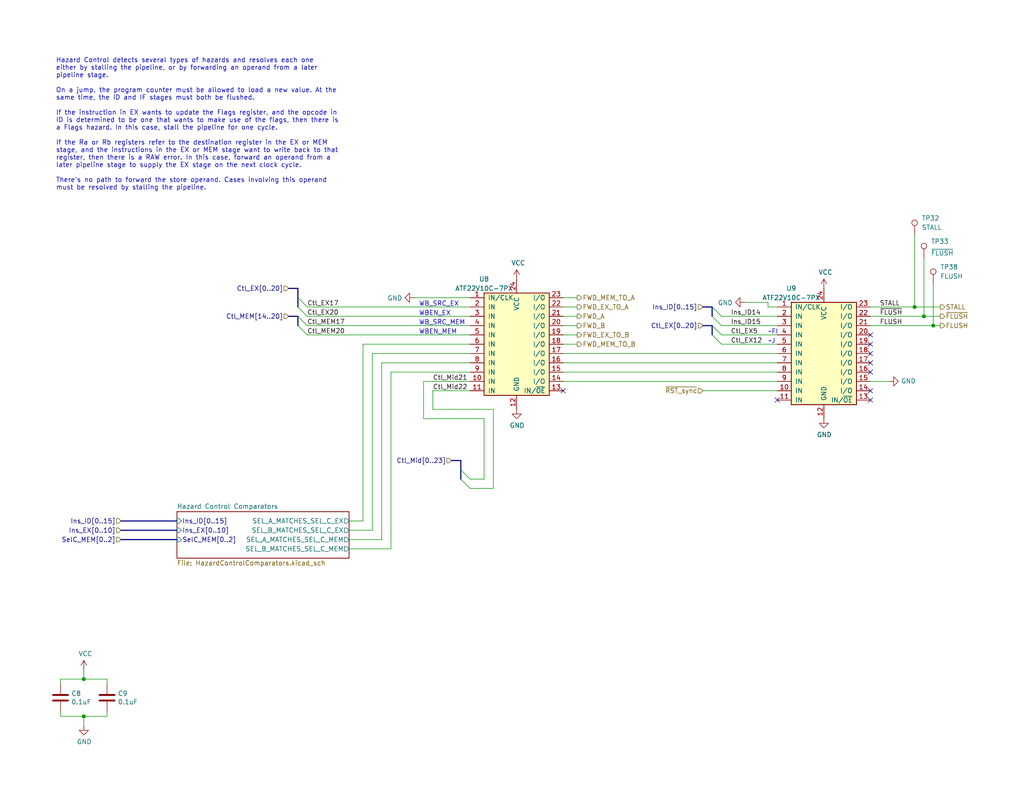
<source format=kicad_sch>
(kicad_sch (version 20250114) (generator "eeschema") (generator_version "9.0")
  (paper "USLetter")
  (title_block (title "Hazard Control") (date "2023-11-14") (rev "E") (comment 2 "control operand forwarding.") (comment 3 "This may stall the pipeline on a hazard. For RAW hazards, it produces signals to") (comment 4 "Control logic for dealing with pipeline hazards"))
  (lib_symbols
    (symbol "Connector:TestPoint" (pin_numbers (hide yes)) (pin_names (offset 0.762) (hide yes))
      (property "Reference" "TP" (at 0 6.858 0))
      (property "Value" "TestPoint" (at 0 5.08 0))
      (symbol "TestPoint_0_1"
        (circle (center 0 3.302) (radius 0.762))
      )
      (symbol "TestPoint_1_1"
        (pin passive line (at 0 0 90) (length 2.54) (name "1") (number "1"))
      )
    )
    (symbol "ControlModule-rescue:ATF22V10C-Logic_Programmable" (pin_names (offset 1.016))
      (property "Reference" "U" (at -7.62 17.78 0))
      (property "Value" "ATF22V10C-Logic_Programmable" (at -7.62 15.24 0))
      (symbol "ATF22V10C-Logic_Programmable_1_1"
        (rectangle (start -8.89 -15.24) (end 8.89 12.7) (stroke (width 0.254)) (fill (type background)))
        (pin input line (at -12.7 11.43 0) (length 3.81) (name "IN/CLK") (number "1"))
        (pin input line (at -12.7 8.89 0) (length 3.81) (name "IN") (number "2"))
        (pin input line (at -12.7 6.35 0) (length 3.81) (name "IN") (number "3"))
        (pin input line (at -12.7 3.81 0) (length 3.81) (name "IN") (number "4"))
        (pin input line (at -12.7 1.27 0) (length 3.81) (name "IN") (number "5"))
        (pin input line (at -12.7 -1.27 0) (length 3.81) (name "IN") (number "6"))
        (pin input line (at -12.7 -3.81 0) (length 3.81) (name "IN") (number "7"))
        (pin input line (at -12.7 -6.35 0) (length 3.81) (name "IN") (number "8"))
        (pin input line (at -12.7 -8.89 0) (length 3.81) (name "IN") (number "9"))
        (pin input line (at -12.7 -11.43 0) (length 3.81) (name "IN") (number "10"))
        (pin input line (at -12.7 -13.97 0) (length 3.81) (name "IN") (number "11"))
        (pin power_in line (at 0 16.51 270) (length 3.81) (name "VCC") (number "24"))
        (pin power_in line (at 0 -19.05 90) (length 3.81) (name "GND") (number "12"))
        (pin passive line (at 12.7 11.43 180) (length 3.81) (name "I/O") (number "23"))
        (pin passive line (at 12.7 8.89 180) (length 3.81) (name "I/O") (number "22"))
        (pin passive line (at 12.7 6.35 180) (length 3.81) (name "I/O") (number "21"))
        (pin passive line (at 12.7 3.81 180) (length 3.81) (name "I/O") (number "20"))
        (pin passive line (at 12.7 1.27 180) (length 3.81) (name "I/O") (number "19"))
        (pin passive line (at 12.7 -1.27 180) (length 3.81) (name "I/O") (number "18"))
        (pin passive line (at 12.7 -3.81 180) (length 3.81) (name "I/O") (number "17"))
        (pin passive line (at 12.7 -6.35 180) (length 3.81) (name "I/O") (number "16"))
        (pin passive line (at 12.7 -8.89 180) (length 3.81) (name "I/O") (number "15"))
        (pin passive line (at 12.7 -11.43 180) (length 3.81) (name "I/O") (number "14"))
        (pin input line (at 12.7 -13.97 180) (length 3.81) (name "IN/~{OE}") (number "13"))
      )
    )
    (symbol "Device:C" (pin_numbers (hide yes)) (pin_names (offset 0.254))
      (property "Reference" "C" (at 0.635 2.54 0))
      (property "Value" "C" (at 0.635 -2.54 0))
      (symbol "C_0_1"
        (polyline (pts (xy -2.032 0.762) (xy 2.032 0.762)) (stroke (width 0.508)))
        (polyline (pts (xy -2.032 -0.762) (xy 2.032 -0.762)) (stroke (width 0.508)))
      )
      (symbol "C_1_1"
        (pin passive line (at 0 3.81 270) (length 2.794) (name "~") (number "1"))
        (pin passive line (at 0 -3.81 90) (length 2.794) (name "~") (number "2"))
      )
    )
    (symbol "power:GND" (power) (pin_names (offset 0))
      (property "Value" "GND" (at 0 -3.81 0))
      (symbol "GND_0_1"
        (polyline (pts (xy 0 0) (xy 0 -1.27) (xy 1.27 -1.27) (xy 0 -2.54) (xy -1.27 -1.27) (xy 0 -1.27)))
      )
      (symbol "GND_1_1"
        (pin power_in line (at 0 0 270) (length 0) (hide yes) (name "GND") (number "1"))
      )
    )
    (symbol "power:VCC" (power) (pin_names (offset 0))
      (property "Value" "VCC" (at 0 3.81 0))
      (symbol "VCC_0_1"
        (polyline (pts (xy -0.762 1.27) (xy 0 2.54)))
        (polyline (pts (xy 0 2.54) (xy 0.762 1.27)))
        (polyline (pts (xy 0 0) (xy 0 2.54)))
      )
      (symbol "VCC_1_1"
        (pin power_in line (at 0 0 90) (length 0) (hide yes) (name "VCC") (number "1"))
      )
    )
  )
  (text "Hazard Control detects several types of hazards and resolves each one\neither by stalling the pipeline, or by forwarding an operand from a later\npipeline stage.\n\nOn a jump, the program counter must be allowed to load a new value. At the\nsame time, the ID and IF stages must both be flushed.\n\nIf the instruction in EX wants to update the Flags register, and the opcode in\nID is determined to be one that wants to make use of the flags, then there is\na Flags hazard. In this case, stall the pipeline for one cycle.\n\nIf the Ra or Rb registers refer to the destination register in the EX or MEM\nstage, and the instructions in the EX or MEM stage want to write back to that\nregister, then there is a RAW error. In this case, forward an operand from a\nlater pipeline stage to supply the EX stage on the next clock cycle.\n\nThere’s no path to forward the store operand. Cases involving this operand\nmust be resolved by stalling the pipeline." (at 15.24 52.07 0) (effects (font (size 1.27 1.27)) (justify left bottom)))
  (text "WBEN_EX" (at 114.3 86.36 0) (effects (font (size 1.27 1.27)) (justify left bottom)))
  (text "WBEN_MEM" (at 114.3 91.44 0) (effects (font (size 1.27 1.27)) (justify left bottom)))
  (text "WB_SRC_EX" (at 114.3 83.82 0) (effects (font (size 1.27 1.27)) (justify left bottom)))
  (text "~J" (at 209.55 93.98 0) (effects (font (size 1.27 1.27)) (justify left bottom)))
  (text "~FI" (at 209.55 91.44 0) (effects (font (size 1.27 1.27)) (justify left bottom)))
  (text "WB_SRC_MEM" (at 114.3 88.9 0) (effects (font (size 1.27 1.27)) (justify left bottom)))
  (junction (at 22.86 185.42))
  (junction (at 249.555 83.82))
  (junction (at 252.095 86.36))
  (junction (at 254.635 88.9))
  (junction (at 22.86 195.58))
  (no_connect (at 212.09 109.22))
  (no_connect (at 237.49 109.22))
  (no_connect (at 237.49 93.98))
  (no_connect (at 237.49 91.44))
  (no_connect (at 237.49 106.68))
  (no_connect (at 237.49 99.06))
  (no_connect (at 237.49 101.6))
  (no_connect (at 153.67 106.68))
  (no_connect (at 237.49 96.52))
  (bus_entry (at 128.27 130.81) (size -2.54 -2.54))
  (bus_entry (at 196.85 86.36) (size -2.54 -2.54))
  (bus_entry (at 83.82 83.82) (size -2.54 -2.54))
  (bus_entry (at 194.31 88.9) (size 2.54 2.54))
  (bus_entry (at 81.28 83.82) (size 2.54 2.54))
  (bus_entry (at 194.31 91.44) (size 2.54 2.54))
  (bus_entry (at 83.82 91.44) (size -2.54 -2.54))
  (bus_entry (at 83.82 88.9) (size -2.54 -2.54))
  (bus_entry (at 128.27 133.35) (size -2.54 -2.54))
  (bus_entry (at 196.85 88.9) (size -2.54 -2.54))
  (wire (pts (xy 157.48 88.9) (xy 153.67 88.9)))
  (wire (pts (xy 212.09 99.06) (xy 153.67 99.06)))
  (wire (pts (xy 134.62 133.35) (xy 128.27 133.35)))
  (wire (pts (xy 16.51 185.42) (xy 22.86 185.42)))
  (wire (pts (xy 254.635 88.9) (xy 256.54 88.9)))
  (wire (pts (xy 118.11 111.76) (xy 134.62 111.76)))
  (wire (pts (xy 118.11 106.68) (xy 128.27 106.68)))
  (wire (pts (xy 115.57 114.3) (xy 115.57 104.14)))
  (wire (pts (xy 237.49 104.14) (xy 242.57 104.14)))
  (bus (pts (xy 78.74 86.36) (xy 81.28 86.36)))
  (wire (pts (xy 128.27 99.06) (xy 104.14 99.06)))
  (wire (pts (xy 83.82 91.44) (xy 128.27 91.44)))
  (wire (pts (xy 153.67 96.52) (xy 212.09 96.52)))
  (wire (pts (xy 191.77 106.68) (xy 212.09 106.68)))
  (wire (pts (xy 128.27 101.6) (xy 106.68 101.6)))
  (bus (pts (xy 191.77 88.9) (xy 194.31 88.9)))
  (bus (pts (xy 81.28 81.28) (xy 81.28 83.82)))
  (wire (pts (xy 196.85 93.98) (xy 212.09 93.98)))
  (bus (pts (xy 81.28 86.36) (xy 81.28 88.9)))
  (wire (pts (xy 134.62 111.76) (xy 134.62 133.35)))
  (wire (pts (xy 132.08 114.3) (xy 115.57 114.3)))
  (wire (pts (xy 29.21 185.42) (xy 29.21 186.69)))
  (wire (pts (xy 99.06 142.24) (xy 95.25 142.24)))
  (wire (pts (xy 99.06 93.98) (xy 99.06 142.24)))
  (wire (pts (xy 252.095 86.36) (xy 256.54 86.36)))
  (wire (pts (xy 106.68 101.6) (xy 106.68 149.86)))
  (wire (pts (xy 254.635 77.47) (xy 254.635 88.9)))
  (bus (pts (xy 81.28 78.74) (xy 81.28 81.28)))
  (wire (pts (xy 157.48 83.82) (xy 153.67 83.82)))
  (wire (pts (xy 115.57 104.14) (xy 128.27 104.14)))
  (wire (pts (xy 22.86 198.12) (xy 22.86 195.58)))
  (wire (pts (xy 104.14 147.32) (xy 95.25 147.32)))
  (wire (pts (xy 128.27 81.28) (xy 113.03 81.28)))
  (wire (pts (xy 153.67 101.6) (xy 212.09 101.6)))
  (wire (pts (xy 22.86 195.58) (xy 29.21 195.58)))
  (wire (pts (xy 16.51 186.69) (xy 16.51 185.42)))
  (wire (pts (xy 249.555 64.135) (xy 249.555 83.82)))
  (wire (pts (xy 132.08 130.81) (xy 132.08 114.3)))
  (wire (pts (xy 29.21 195.58) (xy 29.21 194.31)))
  (bus (pts (xy 123.19 125.73) (xy 125.73 125.73)))
  (wire (pts (xy 237.49 83.82) (xy 249.555 83.82)))
  (bus (pts (xy 191.77 83.82) (xy 194.31 83.82)))
  (wire (pts (xy 209.55 82.55) (xy 209.55 83.82)))
  (wire (pts (xy 83.82 86.36) (xy 128.27 86.36)))
  (bus (pts (xy 78.74 78.74) (xy 81.28 78.74)))
  (bus (pts (xy 194.31 88.9) (xy 194.31 91.44)))
  (wire (pts (xy 128.27 96.52) (xy 101.6 96.52)))
  (wire (pts (xy 153.67 91.44) (xy 157.48 91.44)))
  (bus (pts (xy 125.73 125.73) (xy 125.73 128.27)))
  (bus (pts (xy 33.02 147.32) (xy 48.26 147.32)))
  (wire (pts (xy 22.86 185.42) (xy 29.21 185.42)))
  (wire (pts (xy 83.82 88.9) (xy 128.27 88.9)))
  (wire (pts (xy 118.11 106.68) (xy 118.11 111.76)))
  (wire (pts (xy 203.2 82.55) (xy 209.55 82.55)))
  (wire (pts (xy 237.49 86.36) (xy 252.095 86.36)))
  (wire (pts (xy 128.27 93.98) (xy 99.06 93.98)))
  (wire (pts (xy 128.27 130.81) (xy 132.08 130.81)))
  (wire (pts (xy 83.82 83.82) (xy 128.27 83.82)))
  (bus (pts (xy 48.26 142.24) (xy 33.02 142.24)))
  (bus (pts (xy 48.26 144.78) (xy 33.02 144.78)))
  (wire (pts (xy 209.55 83.82) (xy 212.09 83.82)))
  (wire (pts (xy 249.555 83.82) (xy 256.54 83.82)))
  (wire (pts (xy 153.67 86.36) (xy 157.48 86.36)))
  (wire (pts (xy 237.49 88.9) (xy 254.635 88.9)))
  (wire (pts (xy 196.85 88.9) (xy 212.09 88.9)))
  (bus (pts (xy 125.73 128.27) (xy 125.73 130.81)))
  (wire (pts (xy 106.68 149.86) (xy 95.25 149.86)))
  (wire (pts (xy 22.86 182.88) (xy 22.86 185.42)))
  (wire (pts (xy 101.6 96.52) (xy 101.6 144.78)))
  (wire (pts (xy 101.6 144.78) (xy 95.25 144.78)))
  (wire (pts (xy 104.14 99.06) (xy 104.14 147.32)))
  (wire (pts (xy 212.09 91.44) (xy 196.85 91.44)))
  (wire (pts (xy 212.09 104.14) (xy 153.67 104.14)))
  (wire (pts (xy 196.85 86.36) (xy 212.09 86.36)))
  (wire (pts (xy 16.51 195.58) (xy 22.86 195.58)))
  (wire (pts (xy 157.48 93.98) (xy 153.67 93.98)))
  (bus (pts (xy 194.31 83.82) (xy 194.31 86.36)))
  (wire (pts (xy 153.67 81.28) (xy 157.48 81.28)))
  (wire (pts (xy 252.095 70.485) (xy 252.095 86.36)))
  (wire (pts (xy 16.51 194.31) (xy 16.51 195.58)))
  (label "Ins_ID14" (at 199.39 86.36 0))
  (label "Ctl_MEM20" (at 83.82 91.44 0))
  (label "Ins_ID15" (at 199.39 88.9 0))
  (label "Ctl_Mid21" (at 118.11 104.14 0))
  (label "FLUSH" (at 240.03 88.9 0))
  (label "Ctl_EX12" (at 199.39 93.98 0))
  (label "~{FLUSH}" (at 240.03 86.36 0))
  (label "Ctl_EX5" (at 199.39 91.44 0))
  (label "Ctl_MEM17" (at 83.82 88.9 0))
  (label "STALL" (at 240.03 83.82 0))
  (label "Ctl_EX17" (at 83.82 83.82 0))
  (label "Ctl_Mid22" (at 118.11 106.68 0))
  (label "Ctl_EX20" (at 83.82 86.36 0))
  (hierarchical_label "~{RST_sync}" (shape input) (at 191.77 106.68 180))
  (hierarchical_label "FWD_EX_TO_A" (shape output) (at 157.48 83.82 0))
  (hierarchical_label "FWD_MEM_TO_A" (shape output) (at 157.48 81.28 0))
  (hierarchical_label "FWD_B" (shape output) (at 157.48 88.9 0))
  (hierarchical_label "Ins_ID[0..15]" (shape input) (at 191.77 83.82 180))
  (hierarchical_label "SelC_MEM[0..2]" (shape input) (at 33.02 147.32 180))
  (hierarchical_label "Ctl_EX[0..20]" (shape input) (at 191.77 88.9 180))
  (hierarchical_label "FWD_MEM_TO_B" (shape output) (at 157.48 93.98 0))
  (hierarchical_label "Ctl_Mid[0..23]" (shape input) (at 123.19 125.73 180))
  (hierarchical_label "STALL" (shape output) (at 256.54 83.82 0))
  (hierarchical_label "Ctl_EX[0..20]" (shape input) (at 78.74 78.74 180))
  (hierarchical_label "FLUSH" (shape output) (at 256.54 88.9 0))
  (hierarchical_label "~{FLUSH}" (shape output) (at 256.54 86.36 0))
  (hierarchical_label "Ctl_MEM[14..20]" (shape input) (at 78.74 86.36 180))
  (hierarchical_label "FWD_EX_TO_B" (shape output) (at 157.48 91.44 0))
  (hierarchical_label "Ins_EX[0..10]" (shape input) (at 33.02 144.78 180))
  (hierarchical_label "FWD_A" (shape output) (at 157.48 86.36 0))
  (hierarchical_label "Ins_ID[0..15]" (shape input) (at 33.02 142.24 180))
  (symbol (lib_id "power:VCC") (at 140.97 76.2 0) (unit 1)
    (property "Reference" "#PWR037" (effects (hide yes)))
    (property "Value" "VCC" (at 141.4018 71.8058 0))
  )
  (symbol (lib_id "power:GND") (at 140.97 111.76 0) (unit 1)
    (property "Reference" "#PWR038" (effects (hide yes)))
    (property "Value" "GND" (at 141.097 116.1542 0))
  )
  (symbol (lib_id "ControlModule-rescue:ATF22V10C-Logic_Programmable") (at 140.97 92.71 0) (unit 1)
    (property "Reference" "U8" (at 132.08 76.2 0))
    (property "Value" "ATF22V10C-7PX" (at 132.08 78.74 0))
    (property "Footprint" "Package_DIP:DIP-24_W7.62mm_Socket" (effects (hide yes)))
    (property "Datasheet" "https://www.mouser.com/datasheet/2/268/doc0735-1369018.pdf" (effects (hide yes)))
    (property "Mouser" "https://www.mouser.com/ProductDetail/Microchip-Technology-Atmel/ATF22V10C-7PX?qs=%2Fha2pyFadugqFuTUlWvkuaZr7DXQ8Rnu3dOZcKuoHGuPC51te6MYUw%3D%3D" (effects (hide yes)))
  )
  (symbol (lib_id "Device:C") (at 16.51 190.5 0) (unit 1)
    (property "Reference" "C8" (at 19.431 189.3316 0) (effects (justify left)))
    (property "Value" "0.1uF" (at 19.431 191.643 0) (effects (justify left)))
    (property "Footprint" "Capacitor_SMD:C_0603_1608Metric_Pad1.08x0.95mm_HandSolder" (effects (hide yes)))
    (property "Mouser" "https://www.mouser.com/ProductDetail/963-EMK107B7104KAHT" (effects (hide yes)))
  )
  (symbol (lib_id "power:VCC") (at 22.86 182.88 0) (unit 1)
    (property "Reference" "#PWR034" (effects (hide yes)))
    (property "Value" "VCC" (at 23.2918 178.4858 0))
  )
  (symbol (lib_id "power:GND") (at 22.86 198.12 0) (unit 1)
    (property "Reference" "#PWR035" (effects (hide yes)))
    (property "Value" "GND" (at 22.987 202.5142 0))
  )
  (symbol (lib_id "Device:C") (at 29.21 190.5 0) (unit 1)
    (property "Reference" "C9" (at 32.131 189.3316 0) (effects (justify left)))
    (property "Value" "0.1uF" (at 32.131 191.643 0) (effects (justify left)))
    (property "Footprint" "Capacitor_SMD:C_0603_1608Metric_Pad1.08x0.95mm_HandSolder" (effects (hide yes)))
    (property "Mouser" "https://www.mouser.com/ProductDetail/963-EMK107B7104KAHT" (effects (hide yes)))
  )
  (symbol (lib_id "power:GND") (at 242.57 104.14 90) (unit 1)
    (property "Reference" "#PWR042" (effects (hide yes)))
    (property "Value" "GND" (at 245.8212 104.013 90) (effects (justify right)))
  )
  (symbol (lib_id "power:GND") (at 203.2 82.55 270) (unit 1)
    (property "Reference" "#PWR039" (effects (hide yes)))
    (property "Value" "GND" (at 199.9488 82.677 90) (effects (justify right)))
  )
  (symbol (lib_id "power:GND") (at 113.03 81.28 270) (unit 1)
    (property "Reference" "#PWR036" (effects (hide yes)))
    (property "Value" "GND" (at 109.7788 81.407 90) (effects (justify right)))
  )
  (symbol (lib_id "ControlModule-rescue:ATF22V10C-Logic_Programmable") (at 224.79 95.25 0) (unit 1)
    (property "Reference" "U9" (at 215.9 78.74 0))
    (property "Value" "ATF22V10C-7PX" (at 215.9 81.28 0))
    (property "Footprint" "Package_DIP:DIP-24_W7.62mm_Socket" (effects (hide yes)))
    (property "Datasheet" "https://www.mouser.com/datasheet/2/268/doc0735-1369018.pdf" (effects (hide yes)))
    (property "Mouser" "https://www.mouser.com/ProductDetail/Microchip-Technology-Atmel/ATF22V10C-7PX?qs=%2Fha2pyFadugqFuTUlWvkuaZr7DXQ8Rnu3dOZcKuoHGuPC51te6MYUw%3D%3D" (effects (hide yes)))
  )
  (symbol (lib_id "power:VCC") (at 224.79 78.74 0) (unit 1)
    (property "Reference" "#PWR040" (effects (hide yes)))
    (property "Value" "VCC" (at 225.2218 74.3458 0))
  )
  (symbol (lib_id "power:GND") (at 224.79 114.3 0) (unit 1)
    (property "Reference" "#PWR041" (effects (hide yes)))
    (property "Value" "GND" (at 224.917 118.6942 0))
  )
  (symbol (lib_id "Connector:TestPoint") (at 254.635 77.47 0) (unit 1)
    (property "Reference" "TP38" (at 256.54 72.898 0) (effects (justify left)))
    (property "Value" "FLUSH" (at 256.54 75.438 0) (effects (justify left)))
    (property "Footprint" "TestPoint:TestPoint_Pad_D1.0mm" (effects (hide yes)))
  )
  (symbol (lib_id "Connector:TestPoint") (at 252.095 70.485 0) (unit 1)
    (property "Reference" "TP33" (at 254 65.9129 0) (effects (justify left)))
    (property "Value" "~{FLUSH}" (at 254 69.0879 0) (effects (justify left)))
    (property "Footprint" "TestPoint:TestPoint_Pad_D1.0mm" (effects (hide yes)))
  )
  (symbol (lib_id "Connector:TestPoint") (at 249.555 64.135 0) (unit 1)
    (property "Reference" "TP32" (at 251.46 59.5629 0) (effects (justify left)))
    (property "Value" "STALL" (at 251.46 62.1029 0) (effects (justify left)))
    (property "Footprint" "TestPoint:TestPoint_Pad_D1.0mm" (effects (hide yes)))
  )
  (sheet (at 48.26 139.7) (size 46.99 12.7)
    (property "Sheetname" "Hazard Control Comparators" (at 48.26 138.9884 0) (effects (justify left bottom)))
    (property "Sheetfile" "HazardControlComparators.kicad_sch" (at 48.26 152.9846 0) (effects (justify left top)))
    (pin "Ins_ID[0..15]" input (at 48.26 142.24 180))
    (pin "Ins_EX[0..10]" input (at 48.26 144.78 180))
    (pin "SelC_MEM[0..2]" input (at 48.26 147.32 180))
    (pin "SEL_A_MATCHES_SEL_C_EX" output (at 95.25 142.24 0))
    (pin "SEL_B_MATCHES_SEL_C_EX" output (at 95.25 144.78 0))
    (pin "SEL_A_MATCHES_SEL_C_MEM" output (at 95.25 147.32 0))
    (pin "SEL_B_MATCHES_SEL_C_MEM" output (at 95.25 149.86 0))
  )
)
</source>
